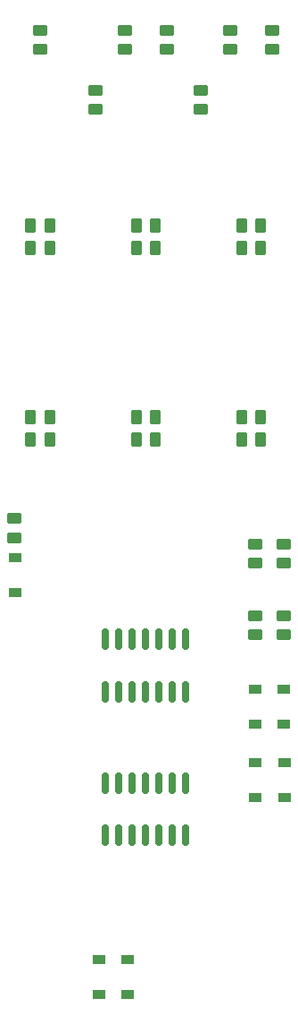
<source format=gbr>
%TF.GenerationSoftware,KiCad,Pcbnew,6.0.11-2627ca5db0~126~ubuntu22.04.1*%
%TF.CreationDate,2023-10-17T21:27:59+03:00*%
%TF.ProjectId,gtoe,67746f65-2e6b-4696-9361-645f70636258,rev?*%
%TF.SameCoordinates,Original*%
%TF.FileFunction,Paste,Bot*%
%TF.FilePolarity,Positive*%
%FSLAX46Y46*%
G04 Gerber Fmt 4.6, Leading zero omitted, Abs format (unit mm)*
G04 Created by KiCad (PCBNEW 6.0.11-2627ca5db0~126~ubuntu22.04.1) date 2023-10-17 21:27:59*
%MOMM*%
%LPD*%
G01*
G04 APERTURE LIST*
G04 Aperture macros list*
%AMRoundRect*
0 Rectangle with rounded corners*
0 $1 Rounding radius*
0 $2 $3 $4 $5 $6 $7 $8 $9 X,Y pos of 4 corners*
0 Add a 4 corners polygon primitive as box body*
4,1,4,$2,$3,$4,$5,$6,$7,$8,$9,$2,$3,0*
0 Add four circle primitives for the rounded corners*
1,1,$1+$1,$2,$3*
1,1,$1+$1,$4,$5*
1,1,$1+$1,$6,$7*
1,1,$1+$1,$8,$9*
0 Add four rect primitives between the rounded corners*
20,1,$1+$1,$2,$3,$4,$5,0*
20,1,$1+$1,$4,$5,$6,$7,0*
20,1,$1+$1,$6,$7,$8,$9,0*
20,1,$1+$1,$8,$9,$2,$3,0*%
G04 Aperture macros list end*
%ADD10R,1.200000X0.900000*%
%ADD11RoundRect,0.250000X-0.450000X0.262500X-0.450000X-0.262500X0.450000X-0.262500X0.450000X0.262500X0*%
%ADD12RoundRect,0.250000X0.262500X0.450000X-0.262500X0.450000X-0.262500X-0.450000X0.262500X-0.450000X0*%
%ADD13RoundRect,0.150000X-0.150000X0.825000X-0.150000X-0.825000X0.150000X-0.825000X0.150000X0.825000X0*%
%ADD14RoundRect,0.250000X0.450000X-0.262500X0.450000X0.262500X-0.450000X0.262500X-0.450000X-0.262500X0*%
G04 APERTURE END LIST*
D10*
%TO.C,D13*%
X113100000Y-131850000D03*
X113100000Y-135150000D03*
%TD*%
D11*
%TO.C,R24*%
X120000000Y-49587500D03*
X120000000Y-51412500D03*
%TD*%
%TO.C,R19*%
X122800000Y-43887500D03*
X122800000Y-45712500D03*
%TD*%
D10*
%TO.C,D9*%
X128000000Y-116450000D03*
X128000000Y-113150000D03*
%TD*%
%TO.C,D11*%
X127900000Y-109550000D03*
X127900000Y-106250000D03*
%TD*%
D12*
%TO.C,R9*%
X115712500Y-82600000D03*
X113887500Y-82600000D03*
%TD*%
D10*
%TO.C,D12*%
X110400000Y-131850000D03*
X110400000Y-135150000D03*
%TD*%
D12*
%TO.C,R3*%
X115712500Y-64500000D03*
X113887500Y-64500000D03*
%TD*%
D13*
%TO.C,U2*%
X110990000Y-115125000D03*
X112260000Y-115125000D03*
X113530000Y-115125000D03*
X114800000Y-115125000D03*
X116070000Y-115125000D03*
X117340000Y-115125000D03*
X118610000Y-115125000D03*
X118610000Y-120075000D03*
X117340000Y-120075000D03*
X116070000Y-120075000D03*
X114800000Y-120075000D03*
X113530000Y-120075000D03*
X112260000Y-120075000D03*
X110990000Y-120075000D03*
%TD*%
D11*
%TO.C,R23*%
X110000000Y-49587500D03*
X110000000Y-51412500D03*
%TD*%
%TO.C,R13*%
X104800000Y-43887500D03*
X104800000Y-45712500D03*
%TD*%
D12*
%TO.C,R7*%
X105712500Y-82600000D03*
X103887500Y-82600000D03*
%TD*%
%TO.C,R12*%
X125712500Y-80500000D03*
X123887500Y-80500000D03*
%TD*%
%TO.C,R10*%
X115712500Y-80500000D03*
X113887500Y-80500000D03*
%TD*%
D14*
%TO.C,R14*%
X102350000Y-91912500D03*
X102350000Y-90087500D03*
%TD*%
%TO.C,R22*%
X125200000Y-101112500D03*
X125200000Y-99287500D03*
%TD*%
D11*
%TO.C,R18*%
X116800000Y-43887500D03*
X116800000Y-45712500D03*
%TD*%
D12*
%TO.C,R2*%
X105712500Y-62400000D03*
X103887500Y-62400000D03*
%TD*%
%TO.C,R5*%
X125712500Y-64500000D03*
X123887500Y-64500000D03*
%TD*%
%TO.C,R11*%
X125712500Y-82600000D03*
X123887500Y-82600000D03*
%TD*%
D11*
%TO.C,R20*%
X127900000Y-99287500D03*
X127900000Y-101112500D03*
%TD*%
D10*
%TO.C,D8*%
X125200000Y-116450000D03*
X125200000Y-113150000D03*
%TD*%
D12*
%TO.C,R1*%
X105712500Y-64500000D03*
X103887500Y-64500000D03*
%TD*%
D11*
%TO.C,R15*%
X112800000Y-43887500D03*
X112800000Y-45712500D03*
%TD*%
D12*
%TO.C,R8*%
X105712500Y-80500000D03*
X103887500Y-80500000D03*
%TD*%
D13*
%TO.C,U1*%
X110990000Y-101525000D03*
X112260000Y-101525000D03*
X113530000Y-101525000D03*
X114800000Y-101525000D03*
X116070000Y-101525000D03*
X117340000Y-101525000D03*
X118610000Y-101525000D03*
X118610000Y-106475000D03*
X117340000Y-106475000D03*
X116070000Y-106475000D03*
X114800000Y-106475000D03*
X113530000Y-106475000D03*
X112260000Y-106475000D03*
X110990000Y-106475000D03*
%TD*%
D10*
%TO.C,D7*%
X102400000Y-97100000D03*
X102400000Y-93800000D03*
%TD*%
D11*
%TO.C,R21*%
X127900000Y-92487500D03*
X127900000Y-94312500D03*
%TD*%
D12*
%TO.C,R4*%
X115712500Y-62400000D03*
X113887500Y-62400000D03*
%TD*%
D14*
%TO.C,R17*%
X125200000Y-94312500D03*
X125200000Y-92487500D03*
%TD*%
D10*
%TO.C,D10*%
X125200000Y-109550000D03*
X125200000Y-106250000D03*
%TD*%
D12*
%TO.C,R6*%
X125712500Y-62400000D03*
X123887500Y-62400000D03*
%TD*%
D11*
%TO.C,R16*%
X126800000Y-43887500D03*
X126800000Y-45712500D03*
%TD*%
M02*

</source>
